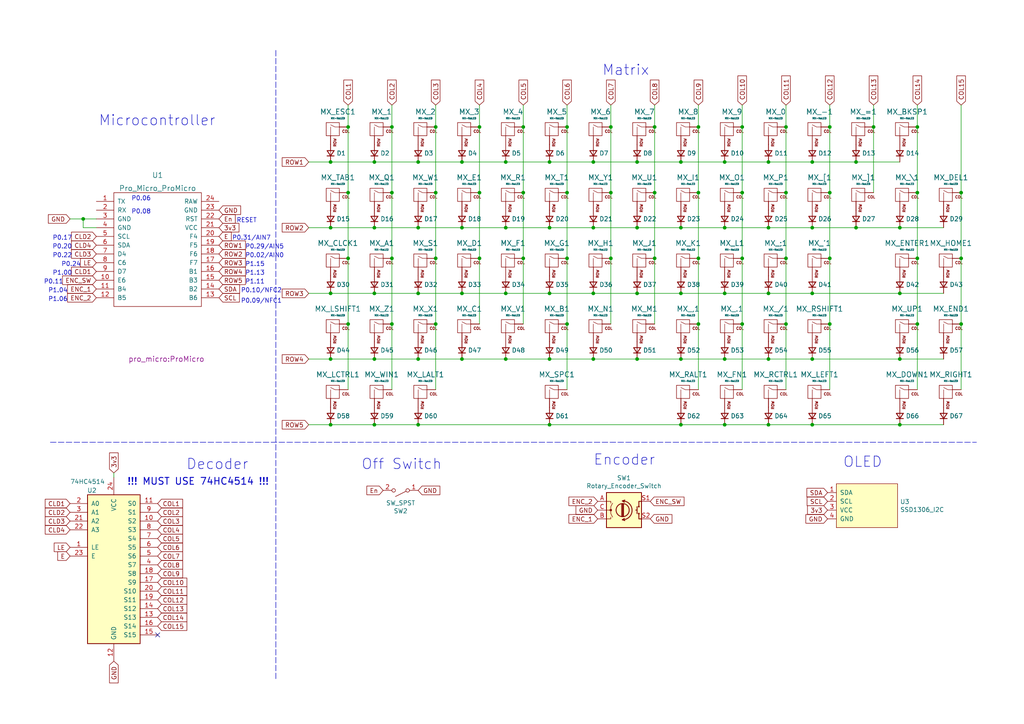
<source format=kicad_sch>
(kicad_sch (version 20211123) (generator eeschema)
  (paper "A4")
  (junction (at 100.965 93.98))
  (junction (at 266.065 55.88))
  (junction (at 235.585 46.99))
  (junction (at 227.965 74.93))
  (junction (at 164.465 55.88))
  (junction (at 95.885 104.14))
  (junction (at 133.985 85.09))
  (junction (at 177.165 36.83))
  (junction (at 108.585 46.99))
  (junction (at 108.585 123.19))
  (junction (at 121.285 123.19))
  (junction (at 108.585 66.04))
  (junction (at 240.665 93.98))
  (junction (at 151.765 74.93))
  (junction (at 197.485 46.99))
  (junction (at 24.13 63.5))
  (junction (at 253.365 36.83))
  (junction (at 146.685 104.14))
  (junction (at 197.485 85.09))
  (junction (at 113.665 93.98))
  (junction (at 172.085 46.99))
  (junction (at 248.285 46.99))
  (junction (at 159.385 66.04))
  (junction (at 146.685 85.09))
  (junction (at 227.965 55.88))
  (junction (at 113.665 36.83))
  (junction (at 133.985 66.04))
  (junction (at 113.665 55.88))
  (junction (at 121.285 104.14))
  (junction (at 100.965 74.93))
  (junction (at 240.665 74.93))
  (junction (at 215.265 55.88))
  (junction (at 100.965 36.83))
  (junction (at 113.665 74.93))
  (junction (at 146.685 46.99))
  (junction (at 184.785 104.14))
  (junction (at 126.365 74.93))
  (junction (at 184.785 46.99))
  (junction (at 235.585 123.19))
  (junction (at 95.885 46.99))
  (junction (at 260.985 104.14))
  (junction (at 202.565 36.83))
  (junction (at 95.885 66.04))
  (junction (at 222.885 123.19))
  (junction (at 159.385 46.99))
  (junction (at 227.965 93.98))
  (junction (at 172.085 66.04))
  (junction (at 164.465 93.98))
  (junction (at 260.985 123.19))
  (junction (at 202.565 55.88))
  (junction (at 260.985 85.09))
  (junction (at 126.365 55.88))
  (junction (at 126.365 93.98))
  (junction (at 235.585 85.09))
  (junction (at 215.265 74.93))
  (junction (at 266.065 36.83))
  (junction (at 121.285 46.99))
  (junction (at 210.185 123.19))
  (junction (at 222.885 85.09))
  (junction (at 210.185 66.04))
  (junction (at 210.185 85.09))
  (junction (at 248.285 66.04))
  (junction (at 164.465 36.83))
  (junction (at 108.585 104.14))
  (junction (at 240.665 36.83))
  (junction (at 266.065 74.93))
  (junction (at 159.385 85.09))
  (junction (at 146.685 66.04))
  (junction (at 121.285 66.04))
  (junction (at 260.985 66.04))
  (junction (at 172.085 104.14))
  (junction (at 95.885 123.19))
  (junction (at 133.985 104.14))
  (junction (at 95.885 85.09))
  (junction (at 222.885 104.14))
  (junction (at 197.485 66.04))
  (junction (at 278.765 55.88))
  (junction (at 172.085 85.09))
  (junction (at 189.865 55.88))
  (junction (at 184.785 85.09))
  (junction (at 266.065 93.98))
  (junction (at 151.765 55.88))
  (junction (at 139.065 55.88))
  (junction (at 177.165 74.93))
  (junction (at 202.565 93.98))
  (junction (at 222.885 66.04))
  (junction (at 227.965 36.83))
  (junction (at 278.765 93.98))
  (junction (at 108.585 85.09))
  (junction (at 164.465 74.93))
  (junction (at 100.965 55.88))
  (junction (at 240.665 55.88))
  (junction (at 121.285 85.09))
  (junction (at 189.865 74.93))
  (junction (at 210.185 104.14))
  (junction (at 235.585 104.14))
  (junction (at 139.065 74.93))
  (junction (at 133.985 46.99))
  (junction (at 202.565 74.93))
  (junction (at 139.065 36.83))
  (junction (at 151.765 36.83))
  (junction (at 210.185 46.99))
  (junction (at 197.485 123.19))
  (junction (at 177.165 55.88))
  (junction (at 189.865 36.83))
  (junction (at 235.585 66.04))
  (junction (at 159.385 123.19))
  (junction (at 159.385 104.14))
  (junction (at 222.885 46.99))
  (junction (at 215.265 93.98))
  (junction (at 184.785 66.04))
  (junction (at 197.485 104.14))
  (junction (at 215.265 36.83))
  (junction (at 126.365 36.83))
  (junction (at 278.765 74.93))
  (no_connect (at 45.72 184.15))
  (wire (pts (xy 177.165 93.98) (xy 177.165 74.93)))
  (wire (pts (xy 215.265 36.83) (xy 215.265 55.88)))
  (wire (pts (xy 20.32 63.5) (xy 24.13 63.5)))
  (wire (pts (xy 253.365 55.88) (xy 253.365 36.83)))
  (wire (pts (xy 164.465 55.88) (xy 164.465 74.93)))
  (wire (pts (xy 227.965 36.83) (xy 227.965 30.48)))
  (wire (pts (xy 266.065 74.93) (xy 266.065 55.88)))
  (wire (pts (xy 27.94 66.04) (xy 24.13 66.04)))
  (wire (pts (xy 121.285 123.19) (xy 159.385 123.19)))
  (wire (pts (xy 24.13 63.5) (xy 27.94 63.5)))
  (wire (pts (xy 113.665 30.48) (xy 113.665 36.83)))
  (wire (pts (xy 222.885 104.14) (xy 235.585 104.14)))
  (wire (pts (xy 240.665 93.98) (xy 240.665 113.03)))
  (wire (pts (xy 210.185 104.14) (xy 222.885 104.14)))
  (wire (pts (xy 260.985 85.09) (xy 235.585 85.09)))
  (wire (pts (xy 202.565 55.88) (xy 202.565 36.83)))
  (wire (pts (xy 184.785 46.99) (xy 172.085 46.99)))
  (polyline (pts (xy 14.605 128.27) (xy 283.21 128.27)))
  (wire (pts (xy 210.185 85.09) (xy 197.485 85.09)))
  (wire (pts (xy 189.865 30.48) (xy 189.865 36.83)))
  (wire (pts (xy 248.285 46.99) (xy 235.585 46.99)))
  (wire (pts (xy 240.665 55.88) (xy 240.665 74.93)))
  (wire (pts (xy 278.765 93.98) (xy 278.765 113.03)))
  (wire (pts (xy 126.365 113.03) (xy 126.365 93.98)))
  (wire (pts (xy 100.965 55.88) (xy 100.965 74.93)))
  (wire (pts (xy 253.365 36.83) (xy 253.365 30.48)))
  (wire (pts (xy 210.185 46.99) (xy 197.485 46.99)))
  (wire (pts (xy 146.685 46.99) (xy 133.985 46.99)))
  (wire (pts (xy 266.065 55.88) (xy 266.065 36.83)))
  (wire (pts (xy 33.02 137.16) (xy 33.02 138.43)))
  (wire (pts (xy 248.285 66.04) (xy 235.585 66.04)))
  (wire (pts (xy 273.685 66.04) (xy 260.985 66.04)))
  (wire (pts (xy 189.865 55.88) (xy 189.865 74.93)))
  (wire (pts (xy 151.765 55.88) (xy 151.765 36.83)))
  (wire (pts (xy 172.085 104.14) (xy 184.785 104.14)))
  (wire (pts (xy 133.985 66.04) (xy 121.285 66.04)))
  (wire (pts (xy 260.985 66.04) (xy 248.285 66.04)))
  (wire (pts (xy 108.585 46.99) (xy 95.885 46.99)))
  (wire (pts (xy 126.365 93.98) (xy 126.365 74.93)))
  (wire (pts (xy 210.185 66.04) (xy 197.485 66.04)))
  (wire (pts (xy 159.385 46.99) (xy 146.685 46.99)))
  (wire (pts (xy 189.865 74.93) (xy 189.865 93.98)))
  (wire (pts (xy 139.065 74.93) (xy 139.065 93.98)))
  (wire (pts (xy 227.965 93.98) (xy 227.965 74.93)))
  (wire (pts (xy 197.485 104.14) (xy 210.185 104.14)))
  (wire (pts (xy 235.585 104.14) (xy 260.985 104.14)))
  (wire (pts (xy 172.085 85.09) (xy 159.385 85.09)))
  (wire (pts (xy 139.065 55.88) (xy 139.065 74.93)))
  (wire (pts (xy 215.265 55.88) (xy 215.265 74.93)))
  (wire (pts (xy 222.885 46.99) (xy 210.185 46.99)))
  (wire (pts (xy 172.085 46.99) (xy 159.385 46.99)))
  (wire (pts (xy 222.885 123.19) (xy 235.585 123.19)))
  (wire (pts (xy 108.585 66.04) (xy 95.885 66.04)))
  (wire (pts (xy 202.565 93.98) (xy 202.565 74.93)))
  (wire (pts (xy 146.685 85.09) (xy 133.985 85.09)))
  (wire (pts (xy 222.885 85.09) (xy 210.185 85.09)))
  (wire (pts (xy 113.665 113.03) (xy 113.665 93.98)))
  (wire (pts (xy 95.885 104.14) (xy 108.585 104.14)))
  (wire (pts (xy 126.365 55.88) (xy 126.365 36.83)))
  (wire (pts (xy 235.585 85.09) (xy 222.885 85.09)))
  (wire (pts (xy 240.665 30.48) (xy 240.665 36.83)))
  (wire (pts (xy 227.965 113.03) (xy 227.965 93.98)))
  (wire (pts (xy 108.585 123.19) (xy 121.285 123.19)))
  (wire (pts (xy 159.385 85.09) (xy 146.685 85.09)))
  (wire (pts (xy 95.885 123.19) (xy 89.535 123.19)))
  (wire (pts (xy 266.065 30.48) (xy 266.065 36.83)))
  (wire (pts (xy 222.885 66.04) (xy 210.185 66.04)))
  (wire (pts (xy 113.665 55.88) (xy 113.665 36.83)))
  (wire (pts (xy 266.065 113.03) (xy 266.065 93.98)))
  (wire (pts (xy 260.985 104.14) (xy 273.685 104.14)))
  (wire (pts (xy 240.665 74.93) (xy 240.665 93.98)))
  (wire (pts (xy 278.765 30.48) (xy 278.765 55.88)))
  (wire (pts (xy 159.385 66.04) (xy 146.685 66.04)))
  (wire (pts (xy 202.565 36.83) (xy 202.565 30.48)))
  (wire (pts (xy 164.465 30.48) (xy 164.465 36.83)))
  (wire (pts (xy 121.285 85.09) (xy 108.585 85.09)))
  (wire (pts (xy 121.285 66.04) (xy 108.585 66.04)))
  (wire (pts (xy 100.965 30.48) (xy 100.965 36.83)))
  (wire (pts (xy 133.985 46.99) (xy 121.285 46.99)))
  (wire (pts (xy 278.765 74.93) (xy 278.765 93.98)))
  (wire (pts (xy 24.13 66.04) (xy 24.13 63.5)))
  (wire (pts (xy 89.535 85.09) (xy 95.885 85.09)))
  (wire (pts (xy 215.265 93.98) (xy 215.265 113.03)))
  (wire (pts (xy 95.885 123.19) (xy 108.585 123.19)))
  (wire (pts (xy 95.885 104.14) (xy 89.535 104.14)))
  (wire (pts (xy 177.165 36.83) (xy 177.165 30.48)))
  (wire (pts (xy 278.765 55.88) (xy 278.765 74.93)))
  (wire (pts (xy 126.365 36.83) (xy 126.365 30.48)))
  (wire (pts (xy 159.385 104.14) (xy 172.085 104.14)))
  (wire (pts (xy 210.185 123.19) (xy 222.885 123.19)))
  (wire (pts (xy 100.965 74.93) (xy 100.965 93.98)))
  (wire (pts (xy 197.485 85.09) (xy 184.785 85.09)))
  (wire (pts (xy 235.585 46.99) (xy 222.885 46.99)))
  (wire (pts (xy 184.785 104.14) (xy 197.485 104.14)))
  (wire (pts (xy 266.065 93.98) (xy 266.065 74.93)))
  (wire (pts (xy 139.065 36.83) (xy 139.065 55.88)))
  (wire (pts (xy 126.365 74.93) (xy 126.365 55.88)))
  (wire (pts (xy 95.885 66.04) (xy 89.535 66.04)))
  (wire (pts (xy 121.285 46.99) (xy 108.585 46.99)))
  (wire (pts (xy 197.485 46.99) (xy 184.785 46.99)))
  (wire (pts (xy 177.165 55.88) (xy 177.165 36.83)))
  (wire (pts (xy 100.965 93.98) (xy 100.965 113.03)))
  (wire (pts (xy 133.985 85.09) (xy 121.285 85.09)))
  (wire (pts (xy 240.665 36.83) (xy 240.665 55.88)))
  (wire (pts (xy 227.965 55.88) (xy 227.965 36.83)))
  (wire (pts (xy 215.265 30.48) (xy 215.265 36.83)))
  (wire (pts (xy 164.465 74.93) (xy 164.465 93.98)))
  (wire (pts (xy 146.685 104.14) (xy 159.385 104.14)))
  (polyline (pts (xy 80.01 14.605) (xy 80.01 196.85)))
  (wire (pts (xy 151.765 36.83) (xy 151.765 30.48)))
  (wire (pts (xy 151.765 93.98) (xy 151.765 74.93)))
  (wire (pts (xy 260.985 123.19) (xy 273.685 123.19)))
  (wire (pts (xy 177.165 74.93) (xy 177.165 55.88)))
  (wire (pts (xy 215.265 74.93) (xy 215.265 93.98)))
  (wire (pts (xy 164.465 93.98) (xy 164.465 113.03)))
  (wire (pts (xy 113.665 93.98) (xy 113.665 74.93)))
  (wire (pts (xy 95.885 46.99) (xy 89.535 46.99)))
  (wire (pts (xy 159.385 123.19) (xy 197.485 123.19)))
  (wire (pts (xy 151.765 74.93) (xy 151.765 55.88)))
  (wire (pts (xy 133.985 104.14) (xy 146.685 104.14)))
  (wire (pts (xy 235.585 123.19) (xy 260.985 123.19)))
  (wire (pts (xy 202.565 74.93) (xy 202.565 55.88)))
  (wire (pts (xy 108.585 104.14) (xy 121.285 104.14)))
  (wire (pts (xy 113.665 74.93) (xy 113.665 55.88)))
  (wire (pts (xy 184.785 66.04) (xy 172.085 66.04)))
  (wire (pts (xy 108.585 85.09) (xy 95.885 85.09)))
  (wire (pts (xy 189.865 36.83) (xy 189.865 55.88)))
  (wire (pts (xy 227.965 74.93) (xy 227.965 55.88)))
  (wire (pts (xy 184.785 85.09) (xy 172.085 85.09)))
  (wire (pts (xy 100.965 36.83) (xy 100.965 55.88)))
  (wire (pts (xy 197.485 123.19) (xy 210.185 123.19)))
  (wire (pts (xy 139.065 30.48) (xy 139.065 36.83)))
  (wire (pts (xy 172.085 66.04) (xy 159.385 66.04)))
  (wire (pts (xy 146.685 66.04) (xy 133.985 66.04)))
  (wire (pts (xy 235.585 66.04) (xy 222.885 66.04)))
  (wire (pts (xy 164.465 36.83) (xy 164.465 55.88)))
  (wire (pts (xy 260.985 46.99) (xy 248.285 46.99)))
  (wire (pts (xy 273.685 85.09) (xy 260.985 85.09)))
  (wire (pts (xy 197.485 66.04) (xy 184.785 66.04)))
  (wire (pts (xy 202.565 113.03) (xy 202.565 93.98)))
  (wire (pts (xy 121.285 104.14) (xy 133.985 104.14)))
  (text "P0.20\n" (at 15.2062 72.3678 0) (effects (font (size 1.27 1.27)) (justify left bottom)))
  (text "P0.08\n" (at 38.1 62.23 0) (effects (font (size 1.27 1.27)) (justify left bottom)))
  (text "P0.24\n" (at 17.78 77.47 0) (effects (font (size 1.27 1.27)) (justify left bottom)))
  (text "P0.29/AIN5\n" (at 71.12 72.39 0) (effects (font (size 1.27 1.27)) (justify left bottom)))
  (text "!!! MUST USE 74HC4514 !!!" (at 36.83 140.97 0) (effects (font (size 2 2) (thickness 0.254) bold) (justify left bottom)))
  (text "Decoder" (at 53.975 136.525 0) (effects (font (size 2.9972 2.9972)) (justify left bottom)))
  (text "P1.06\n" (at 13.97 87.63 0) (effects (font (size 1.27 1.27)) (justify left bottom)))
  (text "P1.11\n" (at 71.12 82.55 0) (effects (font (size 1.27 1.27)) (justify left bottom)))
  (text "P0.31/AIN7" (at 67.31 69.85 0) (effects (font (size 1.27 1.27)) (justify left bottom)))
  (text "Microcontroller" (at 28.575 36.83 0) (effects (font (size 2.9972 2.9972)) (justify left bottom)))
  (text "P0.06\n" (at 38.1 58.42 0) (effects (font (size 1.27 1.27)) (justify left bottom)))
  (text "P0.22\n" (at 15.24 74.93 0) (effects (font (size 1.27 1.27)) (justify left bottom)))
  (text "Off Switch" (at 104.775 136.525 0) (effects (font (size 2.9972 2.9972)) (justify left bottom)))
  (text "P1.00\n" (at 15.24 80.01 0) (effects (font (size 1.27 1.27)) (justify left bottom)))
  (text "P0.02/AIN0\n" (at 71.12 74.93 0) (effects (font (size 1.27 1.27)) (justify left bottom)))
  (text "OLED" (at 244.475 135.89 0) (effects (font (size 2.9972 2.9972)) (justify left bottom)))
  (text "P0.10/NFC2\n" (at 69.85 85.09 0) (effects (font (size 1.27 1.27)) (justify left bottom)))
  (text "Matrix" (at 174.625 22.225 0) (effects (font (size 2.9972 2.9972)) (justify left bottom)))
  (text "P0.09/NFC1\n\n" (at 69.85 90.17 0) (effects (font (size 1.27 1.27)) (justify left bottom)))
  (text "P1.04\n" (at 13.97 85.09 0) (effects (font (size 1.27 1.27)) (justify left bottom)))
  (text "P0.11\n" (at 12.7 82.55 0) (effects (font (size 1.27 1.27)) (justify left bottom)))
  (text "RESET" (at 68.58 64.77 0) (effects (font (size 1.27 1.27)) (justify left bottom)))
  (text "Encoder" (at 172.085 135.255 0) (effects (font (size 2.9972 2.9972)) (justify left bottom)))
  (text "P1.13\n" (at 71.12 80.01 0) (effects (font (size 1.27 1.27)) (justify left bottom)))
  (text "P1.15" (at 71.12 77.47 0) (effects (font (size 1.27 1.27)) (justify left bottom)))
  (text "P0.17\n" (at 15.24 69.85 0) (effects (font (size 1.27 1.27)) (justify left bottom)))
  (global_label "GND" (shape input) (at 33.02 191.77 270) (property "Intersheet References" "${INTERSHEET_REFS}" (effects hide)))
  (global_label "GND" (shape input) (at 20.32 63.5 180) (property "Intersheet References" "${INTERSHEET_REFS}" (effects hide)))
  (global_label "ENC_2" (shape input) (at 27.94 86.36 180) (property "Intersheet References" "${INTERSHEET_REFS}" (effects hide)))
  (global_label "ROW2" (shape input) (at 63.5 73.66 0) (property "Intersheet References" "${INTERSHEET_REFS}" (effects hide)))
  (global_label "COL13" (shape input) (at 45.72 176.53 0) (property "Intersheet References" "${INTERSHEET_REFS}" (effects hide)))
  (global_label "COL12" (shape input) (at 45.72 173.99 0) (property "Intersheet References" "${INTERSHEET_REFS}" (effects hide)))
  (global_label "CLD3" (shape input) (at 27.94 73.66 180) (property "Intersheet References" "${INTERSHEET_REFS}" (effects hide)))
  (global_label "COL1" (shape input) (at 45.72 146.05 0) (property "Intersheet References" "${INTERSHEET_REFS}" (effects hide)))
  (global_label "GND" (shape input) (at 188.595 150.495 0) (property "Intersheet References" "${INTERSHEET_REFS}" (effects hide)))
  (global_label "E" (shape input) (at 63.5 68.58 0) (property "Intersheet References" "${INTERSHEET_REFS}" (effects hide)))
  (global_label "E" (shape input) (at 20.32 161.29 180) (property "Intersheet References" "${INTERSHEET_REFS}" (effects hide)))
  (global_label "COL4" (shape input) (at 45.72 153.67 0) (property "Intersheet References" "${INTERSHEET_REFS}" (effects hide)))
  (global_label "En" (shape input) (at 111.125 142.24 180) (property "Intersheet References" "${INTERSHEET_REFS}" (effects hide)))
  (global_label "CLD2" (shape input) (at 27.94 68.58 180) (property "Intersheet References" "${INTERSHEET_REFS}" (effects hide)))
  (global_label "SCL" (shape input) (at 63.5 86.36 0) (property "Intersheet References" "${INTERSHEET_REFS}" (effects hide)))
  (global_label "CLD1" (shape input) (at 20.32 146.05 180) (property "Intersheet References" "${INTERSHEET_REFS}" (effects hide)))
  (global_label "GND" (shape input) (at 173.355 147.955 180) (property "Intersheet References" "${INTERSHEET_REFS}" (effects hide)))
  (global_label "COL9" (shape input) (at 45.72 166.37 0) (property "Intersheet References" "${INTERSHEET_REFS}" (effects hide)))
  (global_label "ENC_SW" (shape input) (at 27.94 81.28 180) (property "Intersheet References" "${INTERSHEET_REFS}" (effects hide)))
  (global_label "ENC_1" (shape input) (at 173.355 150.495 180) (property "Intersheet References" "${INTERSHEET_REFS}" (effects hide)))
  (global_label "ROW3" (shape input) (at 89.535 85.09 180) (property "Intersheet References" "${INTERSHEET_REFS}" (effects hide)))
  (global_label "SDA" (shape input) (at 240.03 142.875 180) (property "Intersheet References" "${INTERSHEET_REFS}" (effects hide)))
  (global_label "COL9" (shape input) (at 202.565 30.48 90) (property "Intersheet References" "${INTERSHEET_REFS}" (effects hide)))
  (global_label "COL11" (shape input) (at 227.965 30.48 90) (property "Intersheet References" "${INTERSHEET_REFS}" (effects hide)))
  (global_label "ENC_1" (shape input) (at 27.94 83.82 180) (property "Intersheet References" "${INTERSHEET_REFS}" (effects hide)))
  (global_label "En" (shape input) (at 63.5 63.5 0) (property "Intersheet References" "${INTERSHEET_REFS}" (effects hide)))
  (global_label "ROW3" (shape input) (at 63.5 76.2 0) (property "Intersheet References" "${INTERSHEET_REFS}" (effects hide)))
  (global_label "ROW5" (shape input) (at 89.535 123.19 180) (property "Intersheet References" "${INTERSHEET_REFS}" (effects hide)))
  (global_label "SDA" (shape input) (at 63.5 83.82 0) (property "Intersheet References" "${INTERSHEET_REFS}" (effects hide)))
  (global_label "SCL" (shape input) (at 240.03 145.415 180) (property "Intersheet References" "${INTERSHEET_REFS}" (effects hide)))
  (global_label "3v3" (shape input) (at 240.03 147.955 180) (property "Intersheet References" "${INTERSHEET_REFS}" (effects hide)))
  (global_label "CLD4" (shape input) (at 20.32 153.67 180) (property "Intersheet References" "${INTERSHEET_REFS}" (effects hide)))
  (global_label "3v3" (shape input) (at 63.5 66.04 0) (property "Intersheet References" "${INTERSHEET_REFS}" (effects hide)))
  (global_label "COL6" (shape input) (at 164.465 30.48 90) (property "Intersheet References" "${INTERSHEET_REFS}" (effects hide)))
  (global_label "COL14" (shape input) (at 266.065 30.48 90) (property "Intersheet References" "${INTERSHEET_REFS}" (effects hide)))
  (global_label "ROW4" (shape input) (at 89.535 104.14 180) (property "Intersheet References" "${INTERSHEET_REFS}" (effects hide)))
  (global_label "GND" (shape input) (at 240.03 150.495 180) (property "Intersheet References" "${INTERSHEET_REFS}" (effects hide)))
  (global_label "ROW4" (shape input) (at 63.5 78.74 0) (property "Intersheet References" "${INTERSHEET_REFS}" (effects hide)))
  (global_label "COL6" (shape input) (at 45.72 158.75 0) (property "Intersheet References" "${INTERSHEET_REFS}" (effects hide)))
  (global_label "LE" (shape input) (at 20.32 158.75 180) (property "Intersheet References" "${INTERSHEET_REFS}" (effects hide)))
  (global_label "COL1" (shape input) (at 100.965 30.48 90) (property "Intersheet References" "${INTERSHEET_REFS}" (effects hide)))
  (global_label "COL4" (shape input) (at 139.065 30.48 90) (property "Intersheet References" "${INTERSHEET_REFS}" (effects hide)))
  (global_label "CLD2" (shape input) (at 20.32 148.59 180) (property "Intersheet References" "${INTERSHEET_REFS}" (effects hide)))
  (global_label "COL10" (shape input) (at 215.265 30.48 90) (property "Intersheet References" "${INTERSHEET_REFS}" (effects hide)))
  (global_label "CLD1" (shape input) (at 27.94 78.74 180) (property "Intersheet References" "${INTERSHEET_REFS}" (effects hide)))
  (global_label "COL8" (shape input) (at 45.72 163.83 0) (property "Intersheet References" "${INTERSHEET_REFS}" (effects hide)))
  (global_label "ROW1" (shape input) (at 89.535 46.99 180) (property "Intersheet References" "${INTERSHEET_REFS}" (effects hide)))
  (global_label "GND" (shape input) (at 63.5 60.96 0) (property "Intersheet References" "${INTERSHEET_REFS}" (effects hide)))
  (global_label "COL11" (shape input) (at 45.72 171.45 0) (property "Intersheet References" "${INTERSHEET_REFS}" (effects hide)))
  (global_label "ENC_SW" (shape input) (at 188.595 145.415 0) (property "Intersheet References" "${INTERSHEET_REFS}" (effects hide)))
  (global_label "ROW5" (shape input) (at 63.5 81.28 0) (property "Intersheet References" "${INTERSHEET_REFS}" (effects hide)))
  (global_label "LE" (shape input) (at 27.94 76.2 180) (property "Intersheet References" "${INTERSHEET_REFS}" (effects hide)))
  (global_label "COL10" (shape input) (at 45.72 168.91 0) (property "Intersheet References" "${INTERSHEET_REFS}" (effects hide)))
  (global_label "COL2" (shape input) (at 113.665 30.48 90) (property "Intersheet References" "${INTERSHEET_REFS}" (effects hide)))
  (global_label "GND" (shape input) (at 121.285 142.24 0) (property "Intersheet References" "${INTERSHEET_REFS}" (effects hide)))
  (global_label "ENC_2" (shape input) (at 173.355 145.415 180) (property "Intersheet References" "${INTERSHEET_REFS}" (effects hide)))
  (global_label "COL14" (shape input) (at 45.72 179.07 0) (property "Intersheet References" "${INTERSHEET_REFS}" (effects hide)))
  (global_label "COL2" (shape input) (at 45.72 148.59 0) (property "Intersheet References" "${INTERSHEET_REFS}" (effects hide)))
  (global_label "COL7" (shape input) (at 177.165 30.48 90) (property "Intersheet References" "${INTERSHEET_REFS}" (effects hide)))
  (global_label "CLD3" (shape input) (at 20.32 151.13 180) (property "Intersheet References" "${INTERSHEET_REFS}" (effects hide)))
  (global_label "COL7" (shape input) (at 45.72 161.29 0) (property "Intersheet References" "${INTERSHEET_REFS}" (effects hide)))
  (global_label "CLD4" (shape input) (at 27.94 71.12 180) (property "Intersheet References" "${INTERSHEET_REFS}" (effects hide)))
  (global_label "COL13" (shape input) (at 253.365 30.48 90) (property "Intersheet References" "${INTERSHEET_REFS}" (effects hide)))
  (global_label "ROW2" (shape input) (at 89.535 66.04 180) (property "Intersheet References" "${INTERSHEET_REFS}" (effects hide)))
  (global_label "COL5" (shape input) (at 45.72 156.21 0) (property "Intersheet References" "${INTERSHEET_REFS}" (effects hide)))
  (global_label "COL3" (shape input) (at 45.72 151.13 0) (property "Intersheet References" "${INTERSHEET_REFS}" (effects hide)))
  (global_label "COL12" (shape input) (at 240.665 30.48 90) (property "Intersheet References" "${INTERSHEET_REFS}" (effects hide)))
  (global_label "COL3" (shape input) (at 126.365 30.48 90) (property "Intersheet References" "${INTERSHEET_REFS}" (effects hide)))
  (global_label "COL15" (shape input) (at 278.765 30.48 90) (property "Intersheet References" "${INTERSHEET_REFS}" (effects hide)))
  (global_label "3v3" (shape input) (at 33.02 137.16 90) (property "Intersheet References" "${INTERSHEET_REFS}" (effects hide)))
  (global_label "COL5" (shape input) (at 151.765 30.48 90) (property "Intersheet References" "${INTERSHEET_REFS}" (effects hide)))
  (global_label "COL15" (shape input) (at 45.72 181.61 0) (property "Intersheet References" "${INTERSHEET_REFS}" (effects hide)))
  (global_label "COL8" (shape input) (at 189.865 30.48 90) (property "Intersheet References" "${INTERSHEET_REFS}" (effects hide)))
  (global_label "ROW1" (shape input) (at 63.5 71.12 0) (property "Intersheet References" "${INTERSHEET_REFS}" (effects hide)))
  (symbol (lib_id "MX_Alps_Hybrid:MX-NoLED") (at 97.155 38.1 0) (unit 1)
    (property "Reference" "MX_ESC1" (at 97.9932 32.4358 0) (effects (font (size 1.524 1.524))))
    (property "Value" "MX-NoLED" (at 97.9932 34.3154 0) (effects (font (size 0.508 0.508))))
    (property "Footprint" "MX_Only:MXOnly-1U-NoLED" (effects hide))
  )
  (symbol (lib_id "MX_Alps_Hybrid:MX-NoLED") (at 109.855 38.1 0) (unit 1)
    (property "Reference" "MX_1" (at 110.6932 32.4358 0) (effects (font (size 1.524 1.524))))
    (property "Value" "MX-NoLED" (at 110.6932 34.3154 0) (effects (font (size 0.508 0.508))))
    (property "Footprint" "MX_Only:MXOnly-1U-NoLED" (effects hide))
  )
  (symbol (lib_id "MX_Alps_Hybrid:MX-NoLED") (at 122.555 38.1 0) (unit 1)
    (property "Reference" "MX_2" (at 123.3932 32.4358 0) (effects (font (size 1.524 1.524))))
    (property "Value" "MX-NoLED" (at 123.3932 34.3154 0) (effects (font (size 0.508 0.508))))
    (property "Footprint" "MX_Only:MXOnly-1U-NoLED" (effects hide))
  )
  (symbol (lib_id "MX_Alps_Hybrid:MX-NoLED") (at 135.255 38.1 0) (unit 1)
    (property "Reference" "MX_3" (at 136.0932 32.4358 0) (effects (font (size 1.524 1.524))))
    (property "Value" "MX-NoLED" (at 136.0932 34.3154 0) (effects (font (size 0.508 0.508))))
    (property "Footprint" "MX_Only:MXOnly-1U-NoLED" (effects hide))
  )
  (symbol (lib_id "MX_Alps_Hybrid:MX-NoLED") (at 147.955 38.1 0) (unit 1)
    (property "Reference" "MX_4" (at 148.7932 32.4358 0) (effects (font (size 1.524 1.524))))
    (property "Value" "MX-NoLED" (at 148.7932 34.3154 0) (effects (font (size 0.508 0.508))))
    (property "Footprint" "MX_Only:MXOnly-1U-NoLED" (effects hide))
  )
  (symbol (lib_id "Dissatisfaction65-rescue:Rotary_Encoder_Switch-Device") (at 180.975 147.955 0) (unit 1)
    (property "Reference" "SW1" (at 180.975 138.6332 0))
    (property "Value" "Rotary_Encoder_Switch" (at 180.975 140.9446 0))
    (property "Footprint" "Rotary_Encoder:RotaryEncoder_Alps_EC11E-Switch_Vertical_H20mm" (effects hide))
  )
  (symbol (lib_id "Dissatisfaction65:74HC4515") (at 33.02 163.83 0) (unit 1)
    (property "Reference" "U2" (at 26.67 142.24 0))
    (property "Value" "74HC4514" (at 25.4 139.7 0))
    (property "Footprint" "Package_SO:SOIC-24W_7.5x15.4mm_P1.27mm" (effects hide))
  )
  (symbol (lib_id "Dissatisfaction65:SSD1306_I2C") (at 251.46 145.415 0) (unit 1)
    (property "Reference" "U3" (at 261.0612 145.5166 0) (effects (justify left)))
    (property "Value" "SSD1306_I2C" (at 261.0612 147.828 0) (effects (justify left)))
    (property "Footprint" "Dissatisfaction65:OLED" (effects hide))
  )
  (symbol (lib_id "MX_Alps_Hybrid:MX-NoLED") (at 160.655 38.1 0) (unit 1)
    (property "Reference" "MX_5" (at 161.4932 32.4358 0) (effects (font (size 1.524 1.524))))
    (property "Value" "MX-NoLED" (at 161.4932 34.3154 0) (effects (font (size 0.508 0.508))))
    (property "Footprint" "MX_Only:MXOnly-1U-NoLED" (effects hide))
  )
  (symbol (lib_id "MX_Alps_Hybrid:MX-NoLED") (at 173.355 38.1 0) (unit 1)
    (property "Reference" "MX_6" (at 174.1932 32.4358 0) (effects (font (size 1.524 1.524))))
    (property "Value" "MX-NoLED" (at 174.1932 34.3154 0) (effects (font (size 0.508 0.508))))
    (property "Footprint" "MX_Only:MXOnly-1U-NoLED" (effects hide))
  )
  (symbol (lib_id "MX_Alps_Hybrid:MX-NoLED") (at 186.055 38.1 0) (unit 1)
    (property "Reference" "MX_7" (at 186.8932 32.4358 0) (effects (font (size 1.524 1.524))))
    (property "Value" "MX-NoLED" (at 186.8932 34.3154 0) (effects (font (size 0.508 0.508))))
    (property "Footprint" "MX_Only:MXOnly-1U-NoLED" (effects hide))
  )
  (symbol (lib_id "MX_Alps_Hybrid:MX-NoLED") (at 198.755 38.1 0) (unit 1)
    (property "Reference" "MX_8" (at 199.5932 32.4358 0) (effects (font (size 1.524 1.524))))
    (property "Value" "MX-NoLED" (at 199.5932 34.3154 0) (effects (font (size 0.508 0.508))))
    (property "Footprint" "MX_Only:MXOnly-1U-NoLED" (effects hide))
  )
  (symbol (lib_id "MX_Alps_Hybrid:MX-NoLED") (at 211.455 38.1 0) (unit 1)
    (property "Reference" "MX_9" (at 212.2932 32.4358 0) (effects (font (size 1.524 1.524))))
    (property "Value" "MX-NoLED" (at 212.2932 34.3154 0) (effects (font (size 0.508 0.508))))
    (property "Footprint" "MX_Only:MXOnly-1U-NoLED" (effects hide))
  )
  (symbol (lib_id "MX_Alps_Hybrid:MX-NoLED") (at 224.155 38.1 0) (unit 1)
    (property "Reference" "MX_0" (at 224.9932 32.4358 0) (effects (font (size 1.524 1.524))))
    (property "Value" "MX-NoLED" (at 224.9932 34.3154 0) (effects (font (size 0.508 0.508))))
    (property "Footprint" "MX_Only:MXOnly-1U-NoLED" (effects hide))
  )
  (symbol (lib_id "MX_Alps_Hybrid:MX-NoLED") (at 236.855 38.1 0) (unit 1)
    (property "Reference" "MX_-1" (at 237.6932 32.4358 0) (effects (font (size 1.524 1.524))))
    (property "Value" "MX-NoLED" (at 237.6932 34.3154 0) (effects (font (size 0.508 0.508))))
    (property "Footprint" "MX_Only:MXOnly-1U-NoLED" (effects hide))
  )
  (symbol (lib_id "MX_Alps_Hybrid:MX-NoLED") (at 249.555 38.1 0) (unit 1)
    (property "Reference" "MX_=1" (at 250.3932 32.4358 0) (effects (font (size 1.524 1.524))))
    (property "Value" "MX-NoLED" (at 250.3932 34.3154 0) (effects (font (size 0.508 0.508))))
    (property "Footprint" "MX_Only:MXOnly-1U-NoLED" (effects hide))
  )
  (symbol (lib_id "MX_Alps_Hybrid:MX-NoLED") (at 262.255 38.1 0) (unit 1)
    (property "Reference" "MX_BKSP1" (at 263.0932 32.4358 0) (effects (font (size 1.524 1.524))))
    (property "Value" "MX-NoLED" (at 263.0932 34.3154 0) (effects (font (size 0.508 0.508))))
    (property "Footprint" "MX_Only:MXOnly-2U-NoLED" (effects hide))
  )
  (symbol (lib_id "MX_Alps_Hybrid:MX-NoLED") (at 97.155 57.15 0) (unit 1)
    (property "Reference" "MX_TAB1" (at 97.9932 51.4858 0) (effects (font (size 1.524 1.524))))
    (property "Value" "MX-NoLED" (at 97.9932 53.3654 0) (effects (font (size 0.508 0.508))))
    (property "Footprint" "MX_Only:MXOnly-1.5U-NoLED" (effects hide))
  )
  (symbol (lib_id "MX_Alps_Hybrid:MX-NoLED") (at 109.855 57.15 0) (unit 1)
    (property "Reference" "MX_Q1" (at 110.6932 51.4858 0) (effects (font (size 1.524 1.524))))
    (property "Value" "MX-NoLED" (at 110.6932 53.3654 0) (effects (font (size 0.508 0.508))))
    (property "Footprint" "MX_Only:MXOnly-1U-NoLED" (effects hide))
  )
  (symbol (lib_id "MX_Alps_Hybrid:MX-NoLED") (at 122.555 57.15 0) (unit 1)
    (property "Reference" "MX_W1" (at 123.3932 51.4858 0) (effects (font (size 1.524 1.524))))
    (property "Value" "MX-NoLED" (at 123.3932 53.3654 0) (effects (font (size 0.508 0.508))))
    (property "Footprint" "MX_Only:MXOnly-1U-NoLED" (effects hide))
  )
  (symbol (lib_id "MX_Alps_Hybrid:MX-NoLED") (at 135.255 57.15 0) (unit 1)
    (property "Reference" "MX_E1" (at 136.0932 51.4858 0) (effects (font (size 1.524 1.524))))
    (property "Value" "MX-NoLED" (at 136.0932 53.3654 0) (effects (font (size 0.508 0.508))))
    (property "Footprint" "MX_Only:MXOnly-1U-NoLED" (effects hide))
  )
  (symbol (lib_id "MX_Alps_Hybrid:MX-NoLED") (at 147.955 57.15 0) (unit 1)
    (property "Reference" "MX_R1" (at 148.7932 51.4858 0) (effects (font (size 1.524 1.524))))
    (property "Value" "MX-NoLED" (at 148.7932 53.3654 0) (effects (font (size 0.508 0.508))))
    (property "Footprint" "MX_Only:MXOnly-1U-NoLED" (effects hide))
  )
  (symbol (lib_id "MX_Alps_Hybrid:MX-NoLED") (at 160.655 57.15 0) (unit 1)
    (property "Reference" "MX_T1" (at 161.4932 51.4858 0) (effects (font (size 1.524 1.524))))
    (property "Value" "MX-NoLED" (at 161.4932 53.3654 0) (effects (font (size 0.508 0.508))))
    (property "Footprint" "MX_Only:MXOnly-1U-NoLED" (effects hide))
  )
  (symbol (lib_id "MX_Alps_Hybrid:MX-NoLED") (at 173.355 57.15 0) (unit 1)
    (property "Reference" "MX_Y1" (at 174.1932 51.4858 0) (effects (font (size 1.524 1.524))))
    (property "Value" "MX-NoLED" (at 174.1932 53.3654 0) (effects (font (size 0.508 0.508))))
    (property "Footprint" "MX_Only:MXOnly-1U-NoLED" (effects hide))
  )
  (symbol (lib_id "MX_Alps_Hybrid:MX-NoLED") (at 186.055 57.15 0) (unit 1)
    (property "Reference" "MX_U1" (at 186.8932 51.4858 0) (effects (font (size 1.524 1.524))))
    (property "Value" "MX-NoLED" (at 186.8932 53.3654 0) (effects (font (size 0.508 0.508))))
    (property "Footprint" "MX_Only:MXOnly-1U-NoLED" (effects hide))
  )
  (symbol (lib_id "MX_Alps_Hybrid:MX-NoLED") (at 198.755 57.15 0) (unit 1)
    (property "Reference" "MX_I1" (at 199.5932 51.4858 0) (effects (font (size 1.524 1.524))))
    (property "Value" "MX-NoLED" (at 199.5932 53.3654 0) (effects (font (size 0.508 0.508))))
    (property "Footprint" "MX_Only:MXOnly-1U-NoLED" (effects hide))
  )
  (symbol (lib_id "MX_Alps_Hybrid:MX-NoLED") (at 211.455 57.15 0) (unit 1)
    (property "Reference" "MX_O1" (at 212.2932 51.4858 0) (effects (font (size 1.524 1.524))))
    (property "Value" "MX-NoLED" (at 212.2932 53.3654 0) (effects (font (size 0.508 0.508))))
    (property "Footprint" "MX_Only:MXOnly-1U-NoLED" (effects hide))
  )
  (symbol (lib_id "MX_Alps_Hybrid:MX-NoLED") (at 224.155 57.15 0) (unit 1)
    (property "Reference" "MX_P1" (at 224.9932 51.4858 0) (effects (font (size 1.524 1.524))))
    (property "Value" "MX-NoLED" (at 224.9932 53.3654 0) (effects (font (size 0.508 0.508))))
    (property "Footprint" "MX_Only:MXOnly-1U-NoLED" (effects hide))
  )
  (symbol (lib_id "MX_Alps_Hybrid:MX-NoLED") (at 236.855 57.15 0) (unit 1)
    (property "Reference" "MX_[1" (at 237.6932 51.4858 0) (effects (font (size 1.524 1.524))))
    (property "Value" "MX-NoLED" (at 237.6932 53.3654 0) (effects (font (size 0.508 0.508))))
    (property "Footprint" "MX_Only:MXOnly-1U-NoLED" (effects hide))
  )
  (symbol (lib_id "MX_Alps_Hybrid:MX-NoLED") (at 249.555 57.15 0) (unit 1)
    (property "Reference" "MX_]1" (at 250.3932 51.4858 0) (effects (font (size 1.524 1.524))))
    (property "Value" "MX-NoLED" (at 250.3932 53.3654 0) (effects (font (size 0.508 0.508))))
    (property "Footprint" "MX_Only:MXOnly-1U-NoLED" (effects hide))
  )
  (symbol (lib_id "MX_Alps_Hybrid:MX-NoLED") (at 262.255 57.15 0) (unit 1)
    (property "Reference" "MX_\\1" (at 263.0932 51.4858 0) (effects (font (size 1.524 1.524))))
    (property "Value" "MX-NoLED" (at 263.0932 53.3654 0) (effects (font (size 0.508 0.508))))
    (property "Footprint" "MX_Only:MXOnly-1.5U-NoLED" (effects hide))
  )
  (symbol (lib_id "MX_Alps_Hybrid:MX-NoLED") (at 274.955 57.15 0) (unit 1)
    (property "Reference" "MX_DEL1" (at 275.7932 51.4858 0) (effects (font (size 1.524 1.524))))
    (property "Value" "MX-NoLED" (at 275.7932 53.3654 0) (effects (font (size 0.508 0.508))))
    (property "Footprint" "MX_Only:MXOnly-1U-NoLED" (effects hide))
  )
  (symbol (lib_id "MX_Alps_Hybrid:MX-NoLED") (at 97.155 76.2 0) (unit 1)
    (property "Reference" "MX_CLCK1" (at 97.9932 70.5358 0) (effects (font (size 1.524 1.524))))
    (property "Value" "MX-NoLED" (at 97.9932 72.4154 0) (effects (font (size 0.508 0.508))))
    (property "Footprint" "MX_Only:MXOnly-1.75U-NoLED" (effects hide))
  )
  (symbol (lib_id "MX_Alps_Hybrid:MX-NoLED") (at 109.855 76.2 0) (unit 1)
    (property "Reference" "MX_A1" (at 110.6932 70.5358 0) (effects (font (size 1.524 1.524))))
    (property "Value" "MX-NoLED" (at 110.6932 72.4154 0) (effects (font (size 0.508 0.508))))
    (property "Footprint" "MX_Only:MXOnly-1U-NoLED" (effects hide))
  )
  (symbol (lib_id "MX_Alps_Hybrid:MX-NoLED") (at 122.555 76.2 0) (unit 1)
    (property "Reference" "MX_S1" (at 123.3932 70.5358 0) (effects (font (size 1.524 1.524))))
    (property "Value" "MX-NoLED" (at 123.3932 72.4154 0) (effects (font (size 0.508 0.508))))
    (property "Footprint" "MX_Only:MXOnly-1U-NoLED" (effects hide))
  )
  (symbol (lib_id "MX_Alps_Hybrid:MX-NoLED") (at 135.255 76.2 0) (unit 1)
    (property "Reference" "MX_D1" (at 136.0932 70.5358 0) (effects (font (size 1.524 1.524))))
    (property "Value" "MX-NoLED" (at 136.0932 72.4154 0) (effects (font (size 0.508 0.508))))
    (property "Footprint" "MX_Only:MXOnly-1U-NoLED" (effects hide))
  )
  (symbol (lib_id "MX_Alps_Hybrid:MX-NoLED") (at 147.955 76.2 0) (unit 1)
    (property "Reference" "MX_F1" (at 148.7932 70.5358 0) (effects (font (size 1.524 1.524))))
    (property "Value" "MX-NoLED" (at 148.7932 72.4154 0) (effects (font (size 0.508 0.508))))
    (property "Footprint" "MX_Only:MXOnly-1U-NoLED" (effects hide))
  )
  (symbol (lib_id "MX_Alps_Hybrid:MX-NoLED") (at 160.655 76.2 0) (unit 1)
    (property "Reference" "MX_G1" (at 161.4932 70.5358 0) (effects (font (size 1.524 1.524))))
    (property "Value" "MX-NoLED" (at 161.4932 72.4154 0) (effects (font (size 0.508 0.508))))
    (property "Footprint" "MX_Only:MXOnly-1U-NoLED" (effects hide))
  )
  (symbol (lib_id "MX_Alps_Hybrid:MX-NoLED") (at 173.355 76.2 0) (unit 1)
    (property "Reference" "MX_H1" (at 174.1932 70.5358 0) (effects (font (size 1.524 1.524))))
    (property "Value" "MX-NoLED" (at 174.1932 72.4154 0) (effects (font (size 0.508 0.508))))
    (property "Footprint" "MX_Only:MXOnly-1U-NoLED" (effects hide))
  )
  (symbol (lib_id "MX_Alps_Hybrid:MX-NoLED") (at 186.055 76.2 0) (unit 1)
    (property "Reference" "MX_J1" (at 186.8932 70.5358 0) (effects (font (size 1.524 1.524))))
    (property "Value" "MX-NoLED" (at 186.8932 72.4154 0) (effects (font (size 0.508 0.508))))
    (property "Footprint" "MX_Only:MXOnly-1U-NoLED" (effects hide))
  )
  (symbol (lib_id "MX_Alps_Hybrid:MX-NoLED") (at 198.755 76.2 0) (unit 1)
    (property "Reference" "MX_K1" (at 199.5932 70.5358 0) (effects (font (size 1.524 1.524))))
    (property "Value" "MX-NoLED" (at 199.5932 72.4154 0) (effects (font (size 0.508 0.508))))
    (property "Footprint" "MX_Only:MXOnly-1U-NoLED" (effects hide))
  )
  (symbol (lib_id "MX_Alps_Hybrid:MX-NoLED") (at 211.455 76.2 0) (unit 1)
    (property "Reference" "MX_L1" (at 212.2932 70.5358 0) (effects (font (size 1.524 1.524))))
    (property "Value" "MX-NoLED" (at 212.2932 72.4154 0) (effects (font (size 0.508 0.508))))
    (property "Footprint" "MX_Only:MXOnly-1U-NoLED" (effects hide))
  )
  (symbol (lib_id "MX_Alps_Hybrid:MX-NoLED") (at 224.155 76.2 0) (unit 1)
    (property "Reference" "MX_;1" (at 224.9932 70.5358 0) (effects (font (size 1.524 1.524))))
    (property "Value" "MX-NoLED" (at 224.9932 72.4154 0) (effects (font (size 0.508 0.508))))
    (property "Footprint" "MX_Only:MXOnly-1U-NoLED" (effects hide))
  )
  (symbol (lib_id "MX_Alps_Hybrid:MX-NoLED") (at 236.855 76.2 0) (unit 1)
    (property "Reference" "MX_'1" (at 237.6932 70.5358 0) (effects (font (size 1.524 1.524))))
    (property "Value" "MX-NoLED" (at 237.6932 72.4154 0) (effects (font (size 0.508 0.508))))
    (property "Footprint" "MX_Only:MXOnly-1U-NoLED" (effects hide))
  )
  (symbol (lib_id "MX_Alps_Hybrid:MX-NoLED") (at 262.255 76.2 0) (unit 1)
    (property "Reference" "MX_ENTER1" (at 263.0932 70.5358 0) (effects (font (size 1.524 1.524))))
    (property "Value" "MX-NoLED" (at 263.0932 72.4154 0) (effects (font (size 0.508 0.508))))
    (property "Footprint" "MX_Only:MXOnly-2.25U-NoLED" (effects hide))
  )
  (symbol (lib_id "MX_Alps_Hybrid:MX-NoLED") (at 274.955 76.2 0) (unit 1)
    (property "Reference" "MX_HOME1" (at 275.7932 70.5358 0) (effects (font (size 1.524 1.524))))
    (property "Value" "MX-NoLED" (at 275.7932 72.4154 0) (effects (font (size 0.508 0.508))))
    (property "Footprint" "MX_Only:MXOnly-1U-NoLED" (effects hide))
  )
  (symbol (lib_id "MX_Alps_Hybrid:MX-NoLED") (at 97.155 95.25 0) (unit 1)
    (property "Reference" "MX_LSHIFT1" (at 97.9932 89.5858 0) (effects (font (size 1.524 1.524))))
    (property "Value" "MX-NoLED" (at 97.9932 91.4654 0) (effects (font (size 0.508 0.508))))
    (property "Footprint" "MX_Only:MXOnly-2.25U-NoLED" (effects hide))
  )
  (symbol (lib_id "MX_Alps_Hybrid:MX-NoLED") (at 109.855 95.25 0) (unit 1)
    (property "Reference" "MX_Z1" (at 110.6932 89.5858 0) (effects (font (size 1.524 1.524))))
    (property "Value" "MX-NoLED" (at 110.6932 91.4654 0) (effects (font (size 0.508 0.508))))
    (property "Footprint" "MX_Only:MXOnly-1U-NoLED" (effects hide))
  )
  (symbol (lib_id "MX_Alps_Hybrid:MX-NoLED") (at 122.555 95.25 0) (unit 1)
    (property "Reference" "MX_X1" (at 123.3932 89.5858 0) (effects (font (size 1.524 1.524))))
    (property "Value" "MX-NoLED" (at 123.3932 91.4654 0) (effects (font (size 0.508 0.508))))
    (property "Footprint" "MX_Only:MXOnly-1U-NoLED" (effects hide))
  )
  (symbol (lib_id "MX_Alps_Hybrid:MX-NoLED") (at 135.255 95.25 0) (unit 1)
    (property "Reference" "MX_C1" (at 136.0932 89.5858 0) (effects (font (size 1.524 1.524))))
    (property "Value" "MX-NoLED" (at 136.0932 91.4654 0) (effects (font (size 0.508 0.508))))
    (property "Footprint" "MX_Only:MXOnly-1U-NoLED" (effects hide))
  )
  (symbol (lib_id "MX_Alps_Hybrid:MX-NoLED") (at 147.955 95.25 0) (unit 1)
    (property "Reference" "MX_V1" (at 148.7932 89.5858 0) (effects (font (size 1.524 1.524))))
    (property "Value" "MX-NoLED" (at 148.7932 91.4654 0) (effects (font (size 0.508 0.508))))
    (property "Footprint" "MX_Only:MXOnly-1U-NoLED" (effects hide))
  )
  (symbol (lib_id "MX_Alps_Hybrid:MX-NoLED") (at 160.655 95.25 0) (unit 1)
    (property "Reference" "MX_B1" (at 161.4932 89.5858 0) (effects (font (size 1.524 1.524))))
    (property "Value" "MX-NoLED" (at 161.4932 91.4654 0) (effects (font (size 0.508 0.508))))
    (property "Footprint" "MX_Only:MXOnly-1U-NoLED" (effects hide))
  )
  (symbol (lib_id "MX_Alps_Hybrid:MX-NoLED") (at 173.355 95.25 0) (unit 1)
    (property "Reference" "MX_N1" (at 174.1932 89.5858 0) (effects (font (size 1.524 1.524))))
    (property "Value" "MX-NoLED" (at 174.1932 91.4654 0) (effects (font (size 0.508 0.508))))
    (property "Footprint" "MX_Only:MXOnly-1U-NoLED" (effects hide))
  )
  (symbol (lib_id "MX_Alps_Hybrid:MX-NoLED") (at 186.055 95.25 0) (unit 1)
    (property "Reference" "MX_M1" (at 186.8932 89.5858 0) (effects (font (size 1.524 1.524))))
    (property "Value" "MX-NoLED" (at 186.8932 91.4654 0) (effects (font (size 0.508 0.508))))
    (property "Footprint" "MX_Only:MXOnly-1U-NoLED" (effects hide))
  )
  (symbol (lib_id "MX_Alps_Hybrid:MX-NoLED") (at 198.755 95.25 0) (unit 1)
    (property "Reference" "MX_,1" (at 199.5932 89.5858 0) (effects (font (size 1.524 1.524))))
    (property "Value" "MX-NoLED" (at 199.5932 91.4654 0) (effects (font (size 0.508 0.508))))
    (property "Footprint" "MX_Only:MXOnly-1U-NoLED" (effects hide))
  )
  (symbol (lib_id "MX_Alps_Hybrid:MX-NoLED") (at 211.455 95.25 0) (unit 1)
    (property "Reference" "MX_.1" (at 212.2932 89.5858 0) (effects (font (size 1.524 1.524))))
    (property "Value" "MX-NoLED" (at 212.2932 91.4654 0) (effects (font (size 0.508 0.508))))
    (property "Footprint" "MX_Only:MXOnly-1U-NoLED" (effects hide))
  )
  (symbol (lib_id "MX_Alps_Hybrid:MX-NoLED") (at 236.855 95.25 0) (unit 1)
    (property "Reference" "MX_RSHIFT1" (at 237.6932 89.5858 0) (effects (font (size 1.524 1.524))))
    (property "Value" "MX-NoLED" (at 237.6932 91.4654 0) (effects (font (size 0.508 0.508))))
    (property "Footprint" "MX_Only:MXOnly-1.75U-NoLED" (effects hide))
  )
  (symbol (lib_id "MX_Alps_Hybrid:MX-NoLED") (at 262.255 95.25 0) (unit 1)
    (property "Reference" "MX_UP1" (at 263.0932 89.5858 0) (effects (font (size 1.524 1.524))))
    (property "Value" "MX-NoLED" (at 263.0932 91.4654 0) (effects (font (size 0.508 0.508))))
    (property "Footprint" "MX_Only:MXOnly-1U-NoLED" (effects hide))
  )
  (symbol (lib_id "MX_Alps_Hybrid:MX-NoLED") (at 274.955 95.25 0) (unit 1)
    (property "Reference" "MX_END1" (at 275.7932 89.5858 0) (effects (font (size 1.524 1.524))))
    (property "Value" "MX-NoLED" (at 275.7932 91.4654 0) (effects (font (size 0.508 0.508))))
    (property "Footprint" "MX_Only:MXOnly-1U-NoLED" (effects hide))
  )
  (symbol (lib_id "MX_Alps_Hybrid:MX-NoLED") (at 97.155 114.3 0) (unit 1)
    (property "Reference" "MX_LCTRL1" (at 97.9932 108.6358 0) (effects (font (size 1.524 1.524))))
    (property "Value" "MX-NoLED" (at 97.9932 110.5154 0) (effects (font (size 0.508 0.508))))
    (property "Footprint" "MX_Only:MXOnly-1.25U-NoLED" (effects hide))
  )
  (symbol (lib_id "MX_Alps_Hybrid:MX-NoLED") (at 109.855 114.3 0) (unit 1)
    (property "Reference" "MX_WIN1" (at 110.6932 108.6358 0) (effects (font (size 1.524 1.524))))
    (property "Value" "MX-NoLED" (at 110.6932 110.5154 0) (effects (font (size 0.508 0.508))))
    (property "Footprint" "MX_Only:MXOnly-1.25U-NoLED" (effects hide))
  )
  (symbol (lib_id "MX_Alps_Hybrid:MX-NoLED") (at 122.555 114.3 0) (unit 1)
    (property "Reference" "MX_LALT1" (at 123.3932 108.6358 0) (effects (font (size 1.524 1.524))))
    (property "Value" "MX-NoLED" (at 123.3932 110.5154 0) (effects (font (size 0.508 0.508))))
    (property "Footprint" "MX_Only:MXOnly-1.25U-NoLED" (effects hide))
  )
  (symbol (lib_id "MX_Alps_Hybrid:MX-NoLED") (at 160.655 114.3 0) (unit 1)
    (property "Reference" "MX_SPC1" (at 161.4932 108.6358 0) (effects (font (size 1.524 1.524))))
    (property "Value" "MX-NoLED" (at 161.4932 110.5154 0) (effects (font (size 0.508 0.508))))
    (property "Footprint" "MX_Only:MXOnly-6.25U-ReversedStabilizers-NoLED" (effects hide))
  )
  (symbol (lib_id "MX_Alps_Hybrid:MX-NoLED") (at 198.755 114.3 0) (unit 1)
    (property "Reference" "MX_RALT1" (at 199.5932 108.6358 0) (effects (font (size 1.524 1.524))))
    (property "Value" "MX-NoLED" (at 199.5932 110.5154 0) (effects (font (size 0.508 0.508))))
    (property "Footprint" "MX_Only:MXOnly-1U-NoLED" (effects hide))
  )
  (symbol (lib_id "MX_Alps_Hybrid:MX-NoLED") (at 211.455 114.3 0) (unit 1)
    (property "Reference" "MX_FN1" (at 212.2932 108.6358 0) (effects (font (size 1.524 1.524))))
    (property "Value" "MX-NoLED" (at 212.2932 110.5154 0) (effects (font (size 0.508 0.508))))
    (property "Footprint" "MX_Only:MXOnly-1U-NoLED" (effects hide))
  )
  (symbol (lib_id "MX_Alps_Hybrid:MX-NoLED") (at 236.855 114.3 0) (unit 1)
    (property "Reference" "MX_LEFT1" (at 237.6932 108.6358 0) (effects (font (size 1.524 1.524))))
    (property "Value" "MX-NoLED" (at 237.6932 110.5154 0) (effects (font (size 0.508 0.508))))
    (property "Footprint" "MX_Only:MXOnly-1U-NoLED" (effects hide))
  )
  (symbol (lib_id "MX_Alps_Hybrid:MX-NoLED") (at 262.255 114.3 0) (unit 1)
    (property "Reference" "MX_DOWN1" (at 263.0932 108.6358 0) (effects (font (size 1.524 1.524))))
    (property "Value" "MX-NoLED" (at 263.0932 110.5154 0) (effects (font (size 0.508 0.508))))
    (property "Footprint" "MX_Only:MXOnly-1U-NoLED" (effects hide))
  )
  (symbol (lib_id "MX_Alps_Hybrid:MX-NoLED") (at 274.955 114.3 0) (unit 1)
    (property "Reference" "MX_RIGHT1" (at 275.7932 108.6358 0) (effects (font (size 1.524 1.524))))
    (property "Value" "MX-NoLED" (at 275.7932 110.5154 0) (effects (font (size 0.508 0.508))))
    (property "Footprint" "MX_Only:MXOnly-1U-NoLED" (effects hide))
  )
  (symbol (lib_id "MX_Alps_Hybrid:MX-NoLED") (at 224.155 95.25 0) (unit 1)
    (property "Reference" "MX_/1" (at 224.9932 89.5858 0) (effects (font (size 1.524 1.524))))
    (property "Value" "MX-NoLED" (at 224.9932 91.4654 0) (effects (font (size 0.508 0.508))))
    (property "Footprint" "MX_Only:MXOnly-1U-NoLED" (effects hide))
  )
  (symbol (lib_id "MX_Alps_Hybrid:MX-NoLED") (at 224.155 114.3 0) (unit 1)
    (property "Reference" "MX_RCTRL1" (at 224.9932 108.6358 0) (effects (font (size 1.524 1.524))))
    (property "Value" "MX-NoLED" (at 224.9932 110.5154 0) (effects (font (size 0.508 0.508))))
    (property "Footprint" "MX_Only:MXOnly-1U-NoLED" (effects hide))
  )
  (symbol (lib_id "Device:D_Small") (at 95.885 44.45 90) (unit 1)
    (property "Reference" "D1" (at 97.6122 44.45 90) (effects (justify right)))
    (property "Value" "D_Small" (effects hide))
    (property "Footprint" "Diode_THT:D_DO-35_SOD27_P7.62mm_Horizontal" (effects hide))
  )
  (symbol (lib_id "Device:D_Small") (at 108.585 44.45 90) (unit 1)
    (property "Reference" "D2" (at 110.3122 44.45 90) (effects (justify right)))
    (property "Value" "D_Small" (effects hide))
    (property "Footprint" "Diode_THT:D_DO-35_SOD27_P7.62mm_Horizontal" (effects hide))
  )
  (symbol (lib_id "Device:D_Small") (at 121.285 44.45 90) (unit 1)
    (property "Reference" "D3" (at 123.0122 44.45 90) (effects (justify right)))
    (property "Value" "D_Small" (effects hide))
    (property "Footprint" "Diode_THT:D_DO-35_SOD27_P7.62mm_Horizontal" (effects hide))
  )
  (symbol (lib_id "Device:D_Small") (at 133.985 44.45 90) (unit 1)
    (property "Reference" "D4" (at 135.7122 44.45 90) (effects (justify right)))
    (property "Value" "D_Small" (effects hide))
    (property "Footprint" "Diode_THT:D_DO-35_SOD27_P7.62mm_Horizontal" (effects hide))
  )
  (symbol (lib_id "Device:D_Small") (at 146.685 44.45 90) (unit 1)
    (property "Reference" "D5" (at 148.4122 44.45 90) (effects (justify right)))
    (property "Value" "D_Small" (effects hide))
    (property "Footprint" "Diode_THT:D_DO-35_SOD27_P7.62mm_Horizontal" (effects hide))
  )
  (symbol (lib_id "Device:D_Small") (at 159.385 44.45 90) (unit 1)
    (property "Reference" "D6" (at 161.1122 44.45 90) (effects (justify right)))
    (property "Value" "D_Small" (effects hide))
    (property "Footprint" "Diode_THT:D_DO-35_SOD27_P7.62mm_Horizontal" (effects hide))
  )
  (symbol (lib_id "Device:D_Small") (at 172.085 44.45 90) (unit 1)
    (property "Reference" "D7" (at 173.8122 44.45 90) (effects (justify right)))
    (property "Value" "D_Small" (effects hide))
    (property "Footprint" "Diode_THT:D_DO-35_SOD27_P7.62mm_Horizontal" (effects hide))
  )
  (symbol (lib_id "Device:D_Small") (at 184.785 44.45 90) (unit 1)
    (property "Reference" "D8" (at 186.5122 44.45 90) (effects (justify right)))
    (property "Value" "D_Small" (effects hide))
    (property "Footprint" "Diode_THT:D_DO-35_SOD27_P7.62mm_Horizontal" (effects hide))
  )
  (symbol (lib_id "Device:D_Small") (at 197.485 44.45 90) (unit 1)
    (property "Reference" "D9" (at 199.2122 44.45 90) (effects (justify right)))
    (property "Value" "D_Small" (effects hide))
    (property "Footprint" "Diode_THT:D_DO-35_SOD27_P7.62mm_Horizontal" (effects hide))
  )
  (symbol (lib_id "Device:D_Small") (at 210.185 44.45 90) (unit 1)
    (property "Reference" "D10" (at 211.9122 44.45 90) (effects (justify right)))
    (property "Value" "D_Small" (effects hide))
    (property "Footprint" "Diode_THT:D_DO-35_SOD27_P7.62mm_Horizontal" (effects hide))
  )
  (symbol (lib_id "Device:D_Small") (at 222.885 44.45 90) (unit 1)
    (property "Reference" "D11" (at 224.6122 44.45 90) (effects (justify right)))
    (property "Value" "D_Small" (effects hide))
    (property "Footprint" "Diode_THT:D_DO-35_SOD27_P7.62mm_Horizontal" (effects hide))
  )
  (symbol (lib_id "Device:D_Small") (at 235.585 44.45 90) (unit 1)
    (property "Reference" "D12" (at 237.3122 44.45 90) (effects (justify right)))
    (property "Value" "D_Small" (effects hide))
    (property "Footprint" "Diode_THT:D_DO-35_SOD27_P7.62mm_Horizontal" (effects hide))
  )
  (symbol (lib_id "Device:D_Small") (at 248.285 44.45 90) (unit 1)
    (property "Reference" "D13" (at 250.0122 44.45 90) (effects (justify right)))
    (property "Value" "D_Small" (effects hide))
    (property "Footprint" "Diode_THT:D_DO-35_SOD27_P7.62mm_Horizontal" (effects hide))
  )
  (symbol (lib_id "Device:D_Small") (at 260.985 44.45 90) (unit 1)
    (property "Reference" "D14" (at 262.7122 44.45 90) (effects (justify right)))
    (property "Value" "D_Small" (effects hide))
    (property "Footprint" "Diode_THT:D_DO-35_SOD27_P7.62mm_Horizontal" (effects hide))
  )
  (symbol (lib_id "Device:D_Small") (at 95.885 63.5 90) (unit 1)
    (property "Reference" "D15" (at 97.6122 63.5 90) (effects (justify right)))
    (property "Value" "D_Small" (effects hide))
    (property "Footprint" "Diode_THT:D_DO-35_SOD27_P7.62mm_Horizontal" (effects hide))
  )
  (symbol (lib_id "Device:D_Small") (at 108.585 63.5 90) (unit 1)
    (property "Reference" "D16" (at 110.3122 63.5 90) (effects (justify right)))
    (property "Value" "D_Small" (effects hide))
    (property "Footprint" "Diode_THT:D_DO-35_SOD27_P7.62mm_Horizontal" (effects hide))
  )
  (symbol (lib_id "Device:D_Small") (at 121.285 63.5 90) (unit 1)
    (property "Reference" "D17" (at 123.0122 63.5 90) (effects (justify right)))
    (property "Value" "D_Small" (effects hide))
    (property "Footprint" "Diode_THT:D_DO-35_SOD27_P7.62mm_Horizontal" (effects hide))
  )
  (symbol (lib_id "Device:D_Small") (at 133.985 63.5 90) (unit 1)
    (property "Reference" "D18" (at 135.7122 63.5 90) (effects (justify right)))
    (property "Value" "D_Small" (effects hide))
    (property "Footprint" "Diode_THT:D_DO-35_SOD27_P7.62mm_Horizontal" (effects hide))
  )
  (symbol (lib_id "Device:D_Small") (at 146.685 63.5 90) (unit 1)
    (property "Reference" "D19" (at 148.4122 63.5 90) (effects (justify right)))
    (property "Value" "D_Small" (effects hide))
    (property "Footprint" "Diode_THT:D_DO-35_SOD27_P7.62mm_Horizontal" (effects hide))
  )
  (symbol (lib_id "Device:D_Small") (at 159.385 63.5 90) (unit 1)
    (property "Reference" "D20" (at 161.1122 63.5 90) (effects (justify right)))
    (property "Value" "D_Small" (effects hide))
    (property "Footprint" "Diode_THT:D_DO-35_SOD27_P7.62mm_Horizontal" (effects hide))
  )
  (symbol (lib_id "Device:D_Small") (at 172.085 63.5 90) (unit 1)
    (property "Reference" "D21" (at 173.8122 63.5 90) (effects (justify right)))
    (property "Value" "D_Small" (effects hide))
    (property "Footprint" "Diode_THT:D_DO-35_SOD27_P7.62mm_Horizontal" (effects hide))
  )
  (symbol (lib_id "Device:D_Small") (at 184.785 63.5 90) (unit 1)
    (property "Reference" "D22" (at 186.5122 63.5 90) (effects (justify right)))
    (property "Value" "D_Small" (effects hide))
    (property "Footprint" "Diode_THT:D_DO-35_SOD27_P7.62mm_Horizontal" (effects hide))
  )
  (symbol (lib_id "Device:D_Small") (at 197.485 63.5 90) (unit 1)
    (property "Reference" "D23" (at 199.2122 63.5 90) (effects (justify right)))
    (property "Value" "D_Small" (effects hide))
    (property "Footprint" "Diode_THT:D_DO-35_SOD27_P7.62mm_Horizontal" (effects hide))
  )
  (symbol (lib_id "Device:D_Small") (at 210.185 63.5 90) (unit 1)
    (property "Reference" "D24" (at 211.9122 63.5 90) (effects (justify right)))
    (property "Value" "D_Small" (effects hide))
    (property "Footprint" "Diode_THT:D_DO-35_SOD27_P7.62mm_Horizontal" (effects hide))
  )
  (symbol (lib_id "Device:D_Small") (at 222.885 63.5 90) (unit 1)
    (property "Reference" "D25" (at 224.6122 63.5 90) (effects (justify right)))
    (property "Value" "D_Small" (effects hide))
    (property "Footprint" "Diode_THT:D_DO-35_SOD27_P7.62mm_Horizontal" (effects hide))
  )
  (symbol (lib_id "Device:D_Small") (at 235.585 63.5 90) (unit 1)
    (property "Reference" "D26" (at 237.3122 63.5 90) (effects (justify right)))
    (property "Value" "D_Small" (effects hide))
    (property "Footprint" "Diode_THT:D_DO-35_SOD27_P7.62mm_Horizontal" (effects hide))
  )
  (symbol (lib_id "Device:D_Small") (at 248.285 63.5 90) (unit 1)
    (property "Reference" "D27" (at 250.0122 63.5 90) (effects (justify right)))
    (property "Value" "D_Small" (effects hide))
    (property "Footprint" "Diode_THT:D_DO-35_SOD27_P7.62mm_Horizontal" (effects hide))
  )
  (symbol (lib_id "Device:D_Small") (at 260.985 63.5 90) (unit 1)
    (property "Reference" "D28" (at 262.7122 63.5 90) (effects (justify right)))
    (property "Value" "D_Small" (effects hide))
    (property "Footprint" "Diode_THT:D_DO-35_SOD27_P7.62mm_Horizontal" (effects hide))
  )
  (symbol (lib_id "Device:D_Small") (at 273.685 63.5 90) (unit 1)
    (property "Reference" "D29" (at 275.4122 63.5 90) (effects (justify right)))
    (property "Value" "D_Small" (effects hide))
    (property "Footprint" "Diode_THT:D_DO-35_SOD27_P7.62mm_Horizontal" (effects hide))
  )
  (symbol (lib_id "Device:D_Small") (at 95.885 82.55 90) (unit 1)
    (property "Reference" "D30" (at 97.6122 82.55 90) (effects (justify right)))
    (property "Value" "D_Small" (effects hide))
    (property "Footprint" "Diode_THT:D_DO-35_SOD27_P7.62mm_Horizontal" (effects hide))
  )
  (symbol (lib_id "Device:D_Small") (at 108.585 82.55 90) (unit 1)
    (property "Reference" "D31" (at 110.3122 82.55 90) (effects (justify right)))
    (property "Value" "D_Small" (effects hide))
    (property "Footprint" "Diode_THT:D_DO-35_SOD27_P7.62mm_Horizontal" (effects hide))
  )
  (symbol (lib_id "Device:D_Small") (at 121.285 82.55 90) (unit 1)
    (property "Reference" "D32" (at 123.0122 82.55 90) (effects (justify right)))
    (property "Value" "D_Small" (effects hide))
    (property "Footprint" "Diode_THT:D_DO-35_SOD27_P7.62mm_Horizontal" (effects hide))
  )
  (symbol (lib_id "Device:D_Small") (at 133.985 82.55 90) (unit 1)
    (property "Reference" "D33" (at 135.7122 82.55 90) (effects (justify right)))
    (property "Value" "D_Small" (effects hide))
    (property "Footprint" "Diode_THT:D_DO-35_SOD27_P7.62mm_Horizontal" (effects hide))
  )
  (symbol (lib_id "Device:D_Small") (at 146.685 82.55 90) (unit 1)
    (property "Reference" "D34" (at 148.4122 82.55 90) (effects (justify right)))
    (property "Value" "D_Small" (effects hide))
    (property "Footprint" "Diode_THT:D_DO-35_SOD27_P7.62mm_Horizontal" (effects hide))
  )
  (symbol (lib_id "Device:D_Small") (at 159.385 82.55 90) (unit 1)
    (property "Reference" "D35" (at 161.1122 82.55 90) (effects (justify right)))
    (property "Value" "D_Small" (effects hide))
    (property "Footprint" "Diode_THT:D_DO-35_SOD27_P7.62mm_Horizontal" (effects hide))
  )
  (symbol (lib_id "Device:D_Small") (at 172.085 82.55 90) (unit 1)
    (property "Reference" "D36" (at 173.8122 82.55 90) (effects (justify right)))
    (property "Value" "D_Small" (effects hide))
    (property "Footprint" "Diode_THT:D_DO-35_SOD27_P7.62mm_Horizontal" (effects hide))
  )
  (symbol (lib_id "Device:D_Small") (at 184.785 82.55 90) (unit 1)
    (property "Reference" "D37" (at 186.5122 82.55 90) (effects (justify right)))
    (property "Value" "D_Small" (effects hide))
    (property "Footprint" "Diode_THT:D_DO-35_SOD27_P7.62mm_Horizontal" (effects hide))
  )
  (symbol (lib_id "Device:D_Small") (at 197.485 82.55 90) (unit 1)
    (property "Reference" "D38" (at 199.2122 82.55 90) (effects (justify right)))
    (property "Value" "D_Small" (effects hide))
    (property "Footprint" "Diode_THT:D_DO-35_SOD27_P7.62mm_Horizontal" (effects hide))
  )
  (symbol (lib_id "Device:D_Small") (at 210.185 82.55 90) (unit 1)
    (property "Reference" "D39" (at 211.9122 82.55 90) (effects (justify right)))
    (property "Value" "D_Small" (effects hide))
    (property "Footprint" "Diode_THT:D_DO-35_SOD27_P7.62mm_Horizontal" (effects hide))
  )
  (symbol (lib_id "Device:D_Small") (at 222.885 82.55 90) (unit 1)
    (property "Reference" "D40" (at 224.6122 82.55 90) (effects (justify right)))
    (property "Value" "D_Small" (effects hide))
    (property "Footprint" "Diode_THT:D_DO-35_SOD27_P7.62mm_Horizontal" (effects hide))
  )
  (symbol (lib_id "Device:D_Small") (at 235.585 82.55 90) (unit 1)
    (property "Reference" "D41" (at 237.3122 82.55 90) (effects (justify right)))
    (property "Value" "D_Small" (effects hide))
    (property "Footprint" "Diode_THT:D_DO-35_SOD27_P7.62mm_Horizontal" (effects hide))
  )
  (symbol (lib_id "Device:D_Small") (at 260.985 82.55 90) (unit 1)
    (property "Reference" "D42" (at 262.7122 82.55 90) (effects (justify right)))
    (property "Value" "D_Small" (effects hide))
    (property "Footprint" "Diode_THT:D_DO-35_SOD27_P7.62mm_Horizontal" (effects hide))
  )
  (symbol (lib_id "Device:D_Small") (at 273.685 82.55 90) (unit 1)
    (property "Reference" "D43" (at 275.4122 82.55 90) (effects (justify right)))
    (property "Value" "D_Small" (effects hide))
    (property "Footprint" "Diode_THT:D_DO-35_SOD27_P7.62mm_Horizontal" (effects hide))
  )
  (symbol (lib_id "Device:D_Small") (at 95.885 101.6 90) (unit 1)
    (property "Reference" "D44" (at 97.6122 101.6 90) (effects (justify right)))
    (property "Value" "D_Small" (effects hide))
    (property "Footprint" "Diode_THT:D_DO-35_SOD27_P7.62mm_Horizontal" (effects hide))
  )
  (symbol (lib_id "Device:D_Small") (at 108.585 101.6 90) (unit 1)
    (property "Reference" "D45" (at 110.3122 101.6 90) (effects (justify right)))
    (property "Value" "D_Small" (effects hide))
    (property "Footprint" "Diode_THT:D_DO-35_SOD27_P7.62mm_Horizontal" (effects hide))
  )
  (symbol (lib_id "Device:D_Small") (at 121.285 101.6 90) (unit 1)
    (property "Reference" "D46" (at 123.0122 101.6 90) (effects (justify right)))
    (property "Value" "D_Small" (effects hide))
    (property "Footprint" "Diode_THT:D_DO-35_SOD27_P7.62mm_Horizontal" (effects hide))
  )
  (symbol (lib_id "Device:D_Small") (at 133.985 101.6 90) (unit 1)
    (property "Reference" "D47" (at 135.7122 101.6 90) (effects (justify right)))
    (property "Value" "D_Small" (effects hide))
    (property "Footprint" "Diode_THT:D_DO-35_SOD27_P7.62mm_Horizontal" (effects hide))
  )
  (symbol (lib_id "Device:D_Small") (at 146.685 101.6 90) (unit 1)
    (property "Reference" "D48" (at 148.4122 101.6 90) (effects (justify right)))
    (property "Value" "D_Small" (effects hide))
    (property "Footprint" "Diode_THT:D_DO-35_SOD27_P7.62mm_Horizontal" (effects hide))
  )
  (symbol (lib_id "Device:D_Small") (at 159.385 101.6 90) (unit 1)
    (property "Reference" "D49" (at 161.1122 101.6 90) (effects (justify right)))
    (property "Value" "D_Small" (effects hide))
    (property "Footprint" "Diode_THT:D_DO-35_SOD27_P7.62mm_Horizontal" (effects hide))
  )
  (symbol (lib_id "Device:D_Small") (at 172.085 101.6 90) (unit 1)
    (property "Reference" "D50" (at 173.8122 101.6 90) (effects (justify right)))
    (property "Value" "D_Small" (effects hide))
    (property "Footprint" "Diode_THT:D_DO-35_SOD27_P7.62mm_Horizontal" (effects hide))
  )
  (symbol (lib_id "Device:D_Small") (at 184.785 101.6 90) (unit 1)
    (property "Reference" "D51" (at 186.5122 101.6 90) (effects (justify right)))
    (property "Value" "D_Small" (effects hide))
    (property "Footprint" "Diode_THT:D_DO-35_SOD27_P7.62mm_Horizontal" (effects hide))
  )
  (symbol (lib_id "Device:D_Small") (at 197.485 101.6 90) (unit 1)
    (property "Reference" "D52" (at 199.2122 101.6 90) (effects (justify right)))
    (property "Value" "D_Small" (effects hide))
    (property "Footprint" "Diode_THT:D_DO-35_SOD27_P7.62mm_Horizontal" (effects hide))
  )
  (symbol (lib_id "Device:D_Small") (at 210.185 101.6 90) (unit 1)
    (property "Reference" "D53" (at 211.9122 101.6 90) (effects (justify right)))
    (property "Value" "D_Small" (effects hide))
    (property "Footprint" "Diode_THT:D_DO-35_SOD27_P7.62mm_Horizontal" (effects hide))
  )
  (symbol (lib_id "Device:D_Small") (at 222.885 101.6 90) (unit 1)
    (property "Reference" "D54" (at 224.6122 101.6 90) (effects (justify right)))
    (property "Value" "D_Small" (effects hide))
    (property "Footprint" "Diode_THT:D_DO-35_SOD27_P7.62mm_Horizontal" (effects hide))
  )
  (symbol (lib_id "Device:D_Small") (at 235.585 101.6 90) (unit 1)
    (property "Reference" "D55" (at 237.3122 101.6 90) (effects (justify right)))
    (property "Value" "D_Small" (effects hide))
    (property "Footprint" "Diode_THT:D_DO-35_SOD27_P7.62mm_Horizontal" (effects hide))
  )
  (symbol (lib_id "Device:D_Small") (at 260.985 101.6 90) (unit 1)
    (property "Reference" "D56" (at 262.7122 101.6 90) (effects (justify right)))
    (property "Value" "D_Small" (effects hide))
    (property "Footprint" "Diode_THT:D_DO-35_SOD27_P7.62mm_Horizontal" (effects hide))
  )
  (symbol (lib_id "Device:D_Small") (at 273.685 101.6 90) (unit 1)
    (property "Reference" "D57" (at 275.4122 101.6 90) (effects (justify right)))
    (property "Value" "D_Small" (effects hide))
    (property "Footprint" "Diode_THT:D_DO-35_SOD27_P7.62mm_Horizontal" (effects hide))
  )
  (symbol (lib_id "Device:D_Small") (at 95.885 120.65 90) (unit 1)
    (property "Reference" "D58" (at 97.6122 120.65 90) (effects (justify right)))
    (property "Value" "D_Small" (effects hide))
    (property "Footprint" "Diode_THT:D_DO-35_SOD27_P7.62mm_Horizontal" (effects hide))
  )
  (symbol (lib_id "Device:D_Small") (at 108.585 120.65 90) (unit 1)
    (property "Reference" "D59" (at 110.3122 120.65 90) (effects (justify right)))
    (property "Value" "D_Small" (effects hide))
    (property "Footprint" "Diode_THT:D_DO-35_SOD27_P7.62mm_Horizontal" (effects hide))
  )
  (symbol (lib_id "Device:D_Small") (at 121.285 120.65 90) (unit 1)
    (property "Reference" "D60" (at 123.0122 120.65 90) (effects (justify right)))
    (property "Value" "D_Small" (effects hide))
    (property "Footprint" "Diode_THT:D_DO-35_SOD27_P7.62mm_Horizontal" (effects hide))
  )
  (symbol (lib_id "Device:D_Small") (at 159.385 120.65 90) (unit 1)
    (property "Reference" "D61" (at 161.1122 120.65 90) (effects (justify right)))
    (property "Value" "D_Small" (effects hide))
    (property "Footprint" "Diode_THT:D_DO-35_SOD27_P7.62mm_Horizontal" (effects hide))
  )
  (symbol (lib_id "Device:D_Small") (at 197.485 120.65 90) (unit 1)
    (property "Reference" "D62" (at 199.2122 120.65 90) (effects (justify right)))
    (property "Value" "D_Small" (effects hide))
    (property "Footprint" "Diode_THT:D_DO-35_SOD27_P7.62mm_Horizontal" (effects hide))
  )
  (symbol (lib_id "Device:D_Small") (at 210.185 120.65 90) (unit 1)
    (property "Reference" "D63" (at 211.9122 120.65 90) (effects (justify right)))
    (property "Value" "D_Small" (effects hide))
    (property "Footprint" "Diode_THT:D_DO-35_SOD27_P7.62mm_Horizontal" (effects hide))
  )
  (symbol (lib_id "Device:D_Small") (at 222.885 120.65 90) (unit 1)
    (property "Reference" "D64" (at 224.6122 120.65 90) (effects (justify right)))
    (property "Value" "D_Small" (effects hide))
    (property "Footprint" "Diode_THT:D_DO-35_SOD27_P7.62mm_Horizontal" (effects hide))
  )
  (symbol (lib_id "Device:D_Small") (at 235.585 120.65 90) (unit 1)
    (property "Reference" "D65" (at 237.3122 120.65 90) (effects (justify right)))
    (property "Value" "D_Small" (effects hide))
    (property "Footprint" "Diode_THT:D_DO-35_SOD27_P7.62mm_Horizontal" (effects hide))
  )
  (symbol (lib_id "Device:D_Small") (at 260.985 120.65 90) (unit 1)
    (property "Reference" "D66" (at 262.7122 120.65 90) (effects (justify right)))
    (property "Value" "D_Small" (effects hide))
    (property "Footprint" "Diode_THT:D_DO-35_SOD27_P7.62mm_Horizontal" (effects hide))
  )
  (symbol (lib_id "Device:D_Small") (at 273.685 120.65 90) (unit 1)
    (property "Reference" "D67" (at 275.4122 120.65 90) (effects (justify right)))
    (property "Value" "D_Small" (effects hide))
    (property "Footprint" "Diode_THT:D_DO-35_SOD27_P7.62mm_Horizontal" (effects hide))
  )
  (symbol (lib_id "Switch:SW_SPST") (at 116.205 142.24 180) (unit 1)
    (property "Reference" "SW2" (at 116.205 148.209 0))
    (property "Value" "SW_SPST" (at 116.205 145.8976 0))
    (property "Footprint" "Button_Switch_THT:SW_PUSH_6mm" (effects hide))
  )
  (symbol (lib_id "unix60pcb-cache:Pro_Micro_ProMicro") (at 45.72 77.47 0) (unit 1)
    (property "Reference" "U1" (at 45.72 50.8 0) (effects (font (size 1.524 1.524))))
    (property "Value" "Pro_Micro_ProMicro" (at 45.72 54.61 0) (effects (font (size 1.524 1.524))))
    (property "Footprint" "pro_micro:ProMicro" (at 48.26 104.14 0) (effects (font (size 1.524 1.524))))
  )
)
</source>
